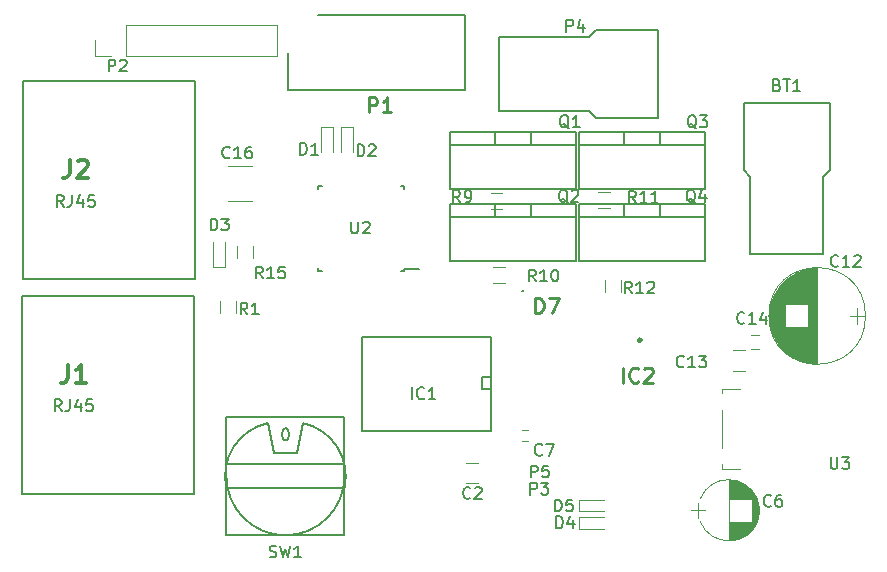
<source format=gto>
G04 #@! TF.FileFunction,Legend,Top*
%FSLAX46Y46*%
G04 Gerber Fmt 4.6, Leading zero omitted, Abs format (unit mm)*
G04 Created by KiCad (PCBNEW 4.0.5) date 04/04/17 09:28:52*
%MOMM*%
%LPD*%
G01*
G04 APERTURE LIST*
%ADD10C,0.100000*%
%ADD11C,0.200000*%
%ADD12C,0.150000*%
%ADD13C,0.120000*%
%ADD14C,0.254000*%
%ADD15C,0.304800*%
%ADD16C,0.203200*%
G04 APERTURE END LIST*
D10*
D11*
X180025000Y-48225000D02*
X192525000Y-48225000D01*
X192525000Y-48225000D02*
X192525000Y-54625000D01*
X192525000Y-54625000D02*
X177525000Y-54625000D01*
X177525000Y-54625000D02*
X177525000Y-51425000D01*
D12*
X205941000Y-64227000D02*
X205941000Y-65370000D01*
X208989000Y-64227000D02*
X208989000Y-65370000D01*
X212799000Y-65370000D02*
X212799000Y-69053000D01*
X212799000Y-69053000D02*
X202131000Y-69053000D01*
X202131000Y-69053000D02*
X202131000Y-65370000D01*
X212799000Y-64227000D02*
X212799000Y-65370000D01*
X212799000Y-65370000D02*
X202131000Y-65370000D01*
X202131000Y-65370000D02*
X202131000Y-64227000D01*
X207465000Y-64227000D02*
X202131000Y-64227000D01*
X207465000Y-64227000D02*
X212799000Y-64227000D01*
X155000000Y-72075000D02*
X169600000Y-72075000D01*
X169600000Y-72075000D02*
X169600000Y-88775000D01*
X169600000Y-88775000D02*
X155000000Y-88775000D01*
X155000000Y-88775000D02*
X155000000Y-72075000D01*
X208825000Y-49550000D02*
X208825000Y-56950000D01*
X208825000Y-56950000D02*
X203625000Y-56950000D01*
X203625000Y-56950000D02*
X203025000Y-56350000D01*
X203025000Y-56350000D02*
X195425000Y-56350000D01*
X195425000Y-56350000D02*
X195425000Y-50150000D01*
X195425000Y-50150000D02*
X203025000Y-50150000D01*
X203025000Y-50150000D02*
X203625000Y-49550000D01*
X203625000Y-49550000D02*
X208825000Y-49550000D01*
D13*
X217221863Y-89193600D02*
G75*
G03X212427564Y-89195000I-2396863J-981400D01*
G01*
X217221863Y-91156400D02*
G75*
G02X212427564Y-91155000I-2396863J981400D01*
G01*
X217221863Y-91156400D02*
G75*
G03X217222436Y-89195000I-2396863J981400D01*
G01*
X214825000Y-87625000D02*
X214825000Y-92725000D01*
X214865000Y-87625000D02*
X214865000Y-89195000D01*
X214865000Y-91155000D02*
X214865000Y-92725000D01*
X214905000Y-87626000D02*
X214905000Y-89195000D01*
X214905000Y-91155000D02*
X214905000Y-92724000D01*
X214945000Y-87627000D02*
X214945000Y-89195000D01*
X214945000Y-91155000D02*
X214945000Y-92723000D01*
X214985000Y-87629000D02*
X214985000Y-89195000D01*
X214985000Y-91155000D02*
X214985000Y-92721000D01*
X215025000Y-87632000D02*
X215025000Y-89195000D01*
X215025000Y-91155000D02*
X215025000Y-92718000D01*
X215065000Y-87636000D02*
X215065000Y-89195000D01*
X215065000Y-91155000D02*
X215065000Y-92714000D01*
X215105000Y-87640000D02*
X215105000Y-89195000D01*
X215105000Y-91155000D02*
X215105000Y-92710000D01*
X215145000Y-87644000D02*
X215145000Y-89195000D01*
X215145000Y-91155000D02*
X215145000Y-92706000D01*
X215185000Y-87650000D02*
X215185000Y-89195000D01*
X215185000Y-91155000D02*
X215185000Y-92700000D01*
X215225000Y-87656000D02*
X215225000Y-89195000D01*
X215225000Y-91155000D02*
X215225000Y-92694000D01*
X215265000Y-87662000D02*
X215265000Y-89195000D01*
X215265000Y-91155000D02*
X215265000Y-92688000D01*
X215305000Y-87669000D02*
X215305000Y-89195000D01*
X215305000Y-91155000D02*
X215305000Y-92681000D01*
X215345000Y-87677000D02*
X215345000Y-89195000D01*
X215345000Y-91155000D02*
X215345000Y-92673000D01*
X215385000Y-87686000D02*
X215385000Y-89195000D01*
X215385000Y-91155000D02*
X215385000Y-92664000D01*
X215425000Y-87695000D02*
X215425000Y-89195000D01*
X215425000Y-91155000D02*
X215425000Y-92655000D01*
X215465000Y-87705000D02*
X215465000Y-89195000D01*
X215465000Y-91155000D02*
X215465000Y-92645000D01*
X215505000Y-87715000D02*
X215505000Y-89195000D01*
X215505000Y-91155000D02*
X215505000Y-92635000D01*
X215546000Y-87727000D02*
X215546000Y-89195000D01*
X215546000Y-91155000D02*
X215546000Y-92623000D01*
X215586000Y-87739000D02*
X215586000Y-89195000D01*
X215586000Y-91155000D02*
X215586000Y-92611000D01*
X215626000Y-87751000D02*
X215626000Y-89195000D01*
X215626000Y-91155000D02*
X215626000Y-92599000D01*
X215666000Y-87765000D02*
X215666000Y-89195000D01*
X215666000Y-91155000D02*
X215666000Y-92585000D01*
X215706000Y-87779000D02*
X215706000Y-89195000D01*
X215706000Y-91155000D02*
X215706000Y-92571000D01*
X215746000Y-87793000D02*
X215746000Y-89195000D01*
X215746000Y-91155000D02*
X215746000Y-92557000D01*
X215786000Y-87809000D02*
X215786000Y-89195000D01*
X215786000Y-91155000D02*
X215786000Y-92541000D01*
X215826000Y-87825000D02*
X215826000Y-89195000D01*
X215826000Y-91155000D02*
X215826000Y-92525000D01*
X215866000Y-87842000D02*
X215866000Y-89195000D01*
X215866000Y-91155000D02*
X215866000Y-92508000D01*
X215906000Y-87860000D02*
X215906000Y-89195000D01*
X215906000Y-91155000D02*
X215906000Y-92490000D01*
X215946000Y-87879000D02*
X215946000Y-89195000D01*
X215946000Y-91155000D02*
X215946000Y-92471000D01*
X215986000Y-87899000D02*
X215986000Y-89195000D01*
X215986000Y-91155000D02*
X215986000Y-92451000D01*
X216026000Y-87919000D02*
X216026000Y-89195000D01*
X216026000Y-91155000D02*
X216026000Y-92431000D01*
X216066000Y-87941000D02*
X216066000Y-89195000D01*
X216066000Y-91155000D02*
X216066000Y-92409000D01*
X216106000Y-87963000D02*
X216106000Y-89195000D01*
X216106000Y-91155000D02*
X216106000Y-92387000D01*
X216146000Y-87986000D02*
X216146000Y-89195000D01*
X216146000Y-91155000D02*
X216146000Y-92364000D01*
X216186000Y-88010000D02*
X216186000Y-89195000D01*
X216186000Y-91155000D02*
X216186000Y-92340000D01*
X216226000Y-88035000D02*
X216226000Y-89195000D01*
X216226000Y-91155000D02*
X216226000Y-92315000D01*
X216266000Y-88062000D02*
X216266000Y-89195000D01*
X216266000Y-91155000D02*
X216266000Y-92288000D01*
X216306000Y-88089000D02*
X216306000Y-89195000D01*
X216306000Y-91155000D02*
X216306000Y-92261000D01*
X216346000Y-88117000D02*
X216346000Y-89195000D01*
X216346000Y-91155000D02*
X216346000Y-92233000D01*
X216386000Y-88147000D02*
X216386000Y-89195000D01*
X216386000Y-91155000D02*
X216386000Y-92203000D01*
X216426000Y-88178000D02*
X216426000Y-89195000D01*
X216426000Y-91155000D02*
X216426000Y-92172000D01*
X216466000Y-88210000D02*
X216466000Y-89195000D01*
X216466000Y-91155000D02*
X216466000Y-92140000D01*
X216506000Y-88243000D02*
X216506000Y-89195000D01*
X216506000Y-91155000D02*
X216506000Y-92107000D01*
X216546000Y-88278000D02*
X216546000Y-89195000D01*
X216546000Y-91155000D02*
X216546000Y-92072000D01*
X216586000Y-88314000D02*
X216586000Y-89195000D01*
X216586000Y-91155000D02*
X216586000Y-92036000D01*
X216626000Y-88352000D02*
X216626000Y-89195000D01*
X216626000Y-91155000D02*
X216626000Y-91998000D01*
X216666000Y-88392000D02*
X216666000Y-89195000D01*
X216666000Y-91155000D02*
X216666000Y-91958000D01*
X216706000Y-88433000D02*
X216706000Y-89195000D01*
X216706000Y-91155000D02*
X216706000Y-91917000D01*
X216746000Y-88476000D02*
X216746000Y-89195000D01*
X216746000Y-91155000D02*
X216746000Y-91874000D01*
X216786000Y-88521000D02*
X216786000Y-89195000D01*
X216786000Y-91155000D02*
X216786000Y-91829000D01*
X216826000Y-88569000D02*
X216826000Y-91781000D01*
X216866000Y-88619000D02*
X216866000Y-91731000D01*
X216906000Y-88671000D02*
X216906000Y-91679000D01*
X216946000Y-88727000D02*
X216946000Y-91623000D01*
X216986000Y-88785000D02*
X216986000Y-91565000D01*
X217026000Y-88848000D02*
X217026000Y-91502000D01*
X217066000Y-88914000D02*
X217066000Y-91436000D01*
X217106000Y-88986000D02*
X217106000Y-91364000D01*
X217146000Y-89063000D02*
X217146000Y-91287000D01*
X217186000Y-89147000D02*
X217186000Y-91203000D01*
X217226000Y-89241000D02*
X217226000Y-91109000D01*
X217266000Y-89346000D02*
X217266000Y-91004000D01*
X217306000Y-89468000D02*
X217306000Y-90882000D01*
X217346000Y-89616000D02*
X217346000Y-90734000D01*
X217386000Y-89821000D02*
X217386000Y-90529000D01*
X211625000Y-90175000D02*
X212825000Y-90175000D01*
X212225000Y-89525000D02*
X212225000Y-90825000D01*
X214260000Y-80249000D02*
X214260000Y-79899000D01*
X214260000Y-79899000D02*
X215760000Y-79899000D01*
X214260000Y-84899000D02*
X214260000Y-81699000D01*
X215760000Y-86699000D02*
X214260000Y-86699000D01*
X214260000Y-86699000D02*
X214260000Y-86299000D01*
X226415000Y-73725000D02*
G75*
G03X226415000Y-73725000I-4090000J0D01*
G01*
X222325000Y-77775000D02*
X222325000Y-69675000D01*
X222285000Y-77775000D02*
X222285000Y-69675000D01*
X222245000Y-77775000D02*
X222245000Y-69675000D01*
X222205000Y-77774000D02*
X222205000Y-69676000D01*
X222165000Y-77772000D02*
X222165000Y-69678000D01*
X222125000Y-77771000D02*
X222125000Y-69679000D01*
X222085000Y-77768000D02*
X222085000Y-69682000D01*
X222045000Y-77766000D02*
X222045000Y-69684000D01*
X222005000Y-77763000D02*
X222005000Y-69687000D01*
X221965000Y-77760000D02*
X221965000Y-69690000D01*
X221925000Y-77756000D02*
X221925000Y-69694000D01*
X221885000Y-77752000D02*
X221885000Y-69698000D01*
X221845000Y-77747000D02*
X221845000Y-69703000D01*
X221805000Y-77742000D02*
X221805000Y-69708000D01*
X221765000Y-77737000D02*
X221765000Y-69713000D01*
X221725000Y-77731000D02*
X221725000Y-69719000D01*
X221685000Y-77725000D02*
X221685000Y-69725000D01*
X221645000Y-77719000D02*
X221645000Y-69731000D01*
X221604000Y-77712000D02*
X221604000Y-69738000D01*
X221564000Y-77704000D02*
X221564000Y-69746000D01*
X221524000Y-77696000D02*
X221524000Y-74705000D01*
X221524000Y-72745000D02*
X221524000Y-69754000D01*
X221484000Y-77688000D02*
X221484000Y-74705000D01*
X221484000Y-72745000D02*
X221484000Y-69762000D01*
X221444000Y-77680000D02*
X221444000Y-74705000D01*
X221444000Y-72745000D02*
X221444000Y-69770000D01*
X221404000Y-77671000D02*
X221404000Y-74705000D01*
X221404000Y-72745000D02*
X221404000Y-69779000D01*
X221364000Y-77661000D02*
X221364000Y-74705000D01*
X221364000Y-72745000D02*
X221364000Y-69789000D01*
X221324000Y-77651000D02*
X221324000Y-74705000D01*
X221324000Y-72745000D02*
X221324000Y-69799000D01*
X221284000Y-77641000D02*
X221284000Y-74705000D01*
X221284000Y-72745000D02*
X221284000Y-69809000D01*
X221244000Y-77630000D02*
X221244000Y-74705000D01*
X221244000Y-72745000D02*
X221244000Y-69820000D01*
X221204000Y-77619000D02*
X221204000Y-74705000D01*
X221204000Y-72745000D02*
X221204000Y-69831000D01*
X221164000Y-77608000D02*
X221164000Y-74705000D01*
X221164000Y-72745000D02*
X221164000Y-69842000D01*
X221124000Y-77595000D02*
X221124000Y-74705000D01*
X221124000Y-72745000D02*
X221124000Y-69855000D01*
X221084000Y-77583000D02*
X221084000Y-74705000D01*
X221084000Y-72745000D02*
X221084000Y-69867000D01*
X221044000Y-77570000D02*
X221044000Y-74705000D01*
X221044000Y-72745000D02*
X221044000Y-69880000D01*
X221004000Y-77557000D02*
X221004000Y-74705000D01*
X221004000Y-72745000D02*
X221004000Y-69893000D01*
X220964000Y-77543000D02*
X220964000Y-74705000D01*
X220964000Y-72745000D02*
X220964000Y-69907000D01*
X220924000Y-77528000D02*
X220924000Y-74705000D01*
X220924000Y-72745000D02*
X220924000Y-69922000D01*
X220884000Y-77514000D02*
X220884000Y-74705000D01*
X220884000Y-72745000D02*
X220884000Y-69936000D01*
X220844000Y-77498000D02*
X220844000Y-74705000D01*
X220844000Y-72745000D02*
X220844000Y-69952000D01*
X220804000Y-77483000D02*
X220804000Y-74705000D01*
X220804000Y-72745000D02*
X220804000Y-69967000D01*
X220764000Y-77466000D02*
X220764000Y-74705000D01*
X220764000Y-72745000D02*
X220764000Y-69984000D01*
X220724000Y-77450000D02*
X220724000Y-74705000D01*
X220724000Y-72745000D02*
X220724000Y-70000000D01*
X220684000Y-77432000D02*
X220684000Y-74705000D01*
X220684000Y-72745000D02*
X220684000Y-70018000D01*
X220644000Y-77415000D02*
X220644000Y-74705000D01*
X220644000Y-72745000D02*
X220644000Y-70035000D01*
X220604000Y-77396000D02*
X220604000Y-74705000D01*
X220604000Y-72745000D02*
X220604000Y-70054000D01*
X220564000Y-77377000D02*
X220564000Y-74705000D01*
X220564000Y-72745000D02*
X220564000Y-70073000D01*
X220524000Y-77358000D02*
X220524000Y-74705000D01*
X220524000Y-72745000D02*
X220524000Y-70092000D01*
X220484000Y-77338000D02*
X220484000Y-74705000D01*
X220484000Y-72745000D02*
X220484000Y-70112000D01*
X220444000Y-77318000D02*
X220444000Y-74705000D01*
X220444000Y-72745000D02*
X220444000Y-70132000D01*
X220404000Y-77297000D02*
X220404000Y-74705000D01*
X220404000Y-72745000D02*
X220404000Y-70153000D01*
X220364000Y-77275000D02*
X220364000Y-74705000D01*
X220364000Y-72745000D02*
X220364000Y-70175000D01*
X220324000Y-77253000D02*
X220324000Y-74705000D01*
X220324000Y-72745000D02*
X220324000Y-70197000D01*
X220284000Y-77230000D02*
X220284000Y-74705000D01*
X220284000Y-72745000D02*
X220284000Y-70220000D01*
X220244000Y-77207000D02*
X220244000Y-74705000D01*
X220244000Y-72745000D02*
X220244000Y-70243000D01*
X220204000Y-77183000D02*
X220204000Y-74705000D01*
X220204000Y-72745000D02*
X220204000Y-70267000D01*
X220164000Y-77159000D02*
X220164000Y-74705000D01*
X220164000Y-72745000D02*
X220164000Y-70291000D01*
X220124000Y-77133000D02*
X220124000Y-74705000D01*
X220124000Y-72745000D02*
X220124000Y-70317000D01*
X220084000Y-77108000D02*
X220084000Y-74705000D01*
X220084000Y-72745000D02*
X220084000Y-70342000D01*
X220044000Y-77081000D02*
X220044000Y-74705000D01*
X220044000Y-72745000D02*
X220044000Y-70369000D01*
X220004000Y-77054000D02*
X220004000Y-74705000D01*
X220004000Y-72745000D02*
X220004000Y-70396000D01*
X219964000Y-77026000D02*
X219964000Y-74705000D01*
X219964000Y-72745000D02*
X219964000Y-70424000D01*
X219924000Y-76997000D02*
X219924000Y-74705000D01*
X219924000Y-72745000D02*
X219924000Y-70453000D01*
X219884000Y-76968000D02*
X219884000Y-74705000D01*
X219884000Y-72745000D02*
X219884000Y-70482000D01*
X219844000Y-76938000D02*
X219844000Y-74705000D01*
X219844000Y-72745000D02*
X219844000Y-70512000D01*
X219804000Y-76907000D02*
X219804000Y-74705000D01*
X219804000Y-72745000D02*
X219804000Y-70543000D01*
X219764000Y-76875000D02*
X219764000Y-74705000D01*
X219764000Y-72745000D02*
X219764000Y-70575000D01*
X219724000Y-76843000D02*
X219724000Y-74705000D01*
X219724000Y-72745000D02*
X219724000Y-70607000D01*
X219684000Y-76809000D02*
X219684000Y-74705000D01*
X219684000Y-72745000D02*
X219684000Y-70641000D01*
X219644000Y-76775000D02*
X219644000Y-74705000D01*
X219644000Y-72745000D02*
X219644000Y-70675000D01*
X219604000Y-76740000D02*
X219604000Y-74705000D01*
X219604000Y-72745000D02*
X219604000Y-70710000D01*
X219564000Y-76704000D02*
X219564000Y-70746000D01*
X219524000Y-76667000D02*
X219524000Y-70783000D01*
X219484000Y-76629000D02*
X219484000Y-70821000D01*
X219444000Y-76590000D02*
X219444000Y-70860000D01*
X219404000Y-76549000D02*
X219404000Y-70901000D01*
X219364000Y-76508000D02*
X219364000Y-70942000D01*
X219324000Y-76465000D02*
X219324000Y-70985000D01*
X219284000Y-76422000D02*
X219284000Y-71028000D01*
X219244000Y-76377000D02*
X219244000Y-71073000D01*
X219204000Y-76330000D02*
X219204000Y-71120000D01*
X219164000Y-76282000D02*
X219164000Y-71168000D01*
X219124000Y-76233000D02*
X219124000Y-71217000D01*
X219084000Y-76182000D02*
X219084000Y-71268000D01*
X219044000Y-76129000D02*
X219044000Y-71321000D01*
X219004000Y-76074000D02*
X219004000Y-71376000D01*
X218964000Y-76018000D02*
X218964000Y-71432000D01*
X218924000Y-75959000D02*
X218924000Y-71491000D01*
X218884000Y-75898000D02*
X218884000Y-71552000D01*
X218844000Y-75834000D02*
X218844000Y-71616000D01*
X218804000Y-75768000D02*
X218804000Y-71682000D01*
X218764000Y-75699000D02*
X218764000Y-71751000D01*
X218724000Y-75627000D02*
X218724000Y-71823000D01*
X218684000Y-75551000D02*
X218684000Y-71899000D01*
X218644000Y-75470000D02*
X218644000Y-71980000D01*
X218604000Y-75385000D02*
X218604000Y-72065000D01*
X218564000Y-75295000D02*
X218564000Y-72155000D01*
X218524000Y-75198000D02*
X218524000Y-72252000D01*
X218484000Y-75094000D02*
X218484000Y-72356000D01*
X218444000Y-74979000D02*
X218444000Y-72471000D01*
X218404000Y-74852000D02*
X218404000Y-72598000D01*
X218364000Y-74708000D02*
X218364000Y-72742000D01*
X218324000Y-74539000D02*
X218324000Y-72911000D01*
X218284000Y-74323000D02*
X218284000Y-73127000D01*
X218244000Y-73971000D02*
X218244000Y-73479000D01*
X226275000Y-73725000D02*
X225075000Y-73725000D01*
X225675000Y-74375000D02*
X225675000Y-73075000D01*
D14*
X197395000Y-71624000D02*
G75*
G03X197395000Y-71624000I-46000J0D01*
G01*
D13*
X172475000Y-63977000D02*
X174475000Y-63977000D01*
X174475000Y-61017000D02*
X172475000Y-61017000D01*
X204370000Y-71725000D02*
X204370000Y-70725000D01*
X205730000Y-70725000D02*
X205730000Y-71725000D01*
X203750000Y-63220000D02*
X204750000Y-63220000D01*
X204750000Y-64580000D02*
X203750000Y-64580000D01*
X194875000Y-69595000D02*
X195875000Y-69595000D01*
X195875000Y-70955000D02*
X194875000Y-70955000D01*
X194675000Y-63345000D02*
X195675000Y-63345000D01*
X195675000Y-64705000D02*
X194675000Y-64705000D01*
X216700000Y-75350000D02*
X217400000Y-75350000D01*
X217400000Y-76550000D02*
X216700000Y-76550000D01*
X216200000Y-76650000D02*
X215200000Y-76650000D01*
X215200000Y-78350000D02*
X216200000Y-78350000D01*
X197855000Y-83415000D02*
X197355000Y-83415000D01*
X197355000Y-84355000D02*
X197855000Y-84355000D01*
D14*
X207463000Y-75770000D02*
G75*
G03X207463000Y-75770000I-163000J0D01*
G01*
D13*
X202145000Y-89275000D02*
X202145000Y-90275000D01*
X202145000Y-90275000D02*
X204245000Y-90275000D01*
X202145000Y-89275000D02*
X204245000Y-89275000D01*
X202145000Y-90745000D02*
X202145000Y-91745000D01*
X202145000Y-91745000D02*
X204245000Y-91745000D01*
X202145000Y-90745000D02*
X204245000Y-90745000D01*
X171200000Y-69600000D02*
X172200000Y-69600000D01*
X172200000Y-69600000D02*
X172200000Y-67500000D01*
X171200000Y-69600000D02*
X171200000Y-67500000D01*
X183025000Y-57725000D02*
X182025000Y-57725000D01*
X182025000Y-57725000D02*
X182025000Y-59825000D01*
X183025000Y-57725000D02*
X183025000Y-59825000D01*
X181330000Y-57720000D02*
X180330000Y-57720000D01*
X180330000Y-57720000D02*
X180330000Y-59820000D01*
X181330000Y-57720000D02*
X181330000Y-59820000D01*
D12*
X187350000Y-69950000D02*
X187350000Y-69725000D01*
X180100000Y-69950000D02*
X180100000Y-69650000D01*
X180100000Y-62700000D02*
X180100000Y-63000000D01*
X187350000Y-62700000D02*
X187350000Y-63000000D01*
X187350000Y-69950000D02*
X187050000Y-69950000D01*
X187350000Y-62700000D02*
X187050000Y-62700000D01*
X180100000Y-62700000D02*
X180400000Y-62700000D01*
X180100000Y-69950000D02*
X180400000Y-69950000D01*
X187350000Y-69725000D02*
X188575000Y-69725000D01*
D13*
X174580000Y-67800000D02*
X174580000Y-68800000D01*
X173220000Y-68800000D02*
X173220000Y-67800000D01*
X171720000Y-73500000D02*
X171720000Y-72500000D01*
X173080000Y-72500000D02*
X173080000Y-73500000D01*
X163820000Y-51730000D02*
X176580000Y-51730000D01*
X176580000Y-51730000D02*
X176580000Y-49070000D01*
X176580000Y-49070000D02*
X163820000Y-49070000D01*
X163820000Y-49070000D02*
X163820000Y-51730000D01*
X162550000Y-51730000D02*
X161220000Y-51730000D01*
X161220000Y-51730000D02*
X161220000Y-50400000D01*
D12*
X155050000Y-53875000D02*
X169650000Y-53875000D01*
X169650000Y-53875000D02*
X169650000Y-70575000D01*
X169650000Y-70575000D02*
X155050000Y-70575000D01*
X155050000Y-70575000D02*
X155050000Y-53875000D01*
X194686000Y-75488000D02*
X194686000Y-83489000D01*
X183764000Y-83489000D02*
X183764000Y-75488000D01*
X194686000Y-83489000D02*
X183764000Y-83489000D01*
X183764000Y-75488000D02*
X194686000Y-75488000D01*
X194686000Y-79933000D02*
X193924000Y-79933000D01*
X193924000Y-79933000D02*
X193924000Y-78917000D01*
X193924000Y-78917000D02*
X194686000Y-78917000D01*
D13*
X192625000Y-87875000D02*
X193625000Y-87875000D01*
X193625000Y-86175000D02*
X192625000Y-86175000D01*
D12*
X223400000Y-55675000D02*
X216100000Y-55675000D01*
X216100000Y-55675000D02*
X216100000Y-61375000D01*
X216100000Y-61375000D02*
X216650000Y-61925000D01*
X216650000Y-61925000D02*
X216650000Y-68475000D01*
X216650000Y-68475000D02*
X222850000Y-68475000D01*
X222850000Y-68475000D02*
X222850000Y-61925000D01*
X222850000Y-61925000D02*
X223400000Y-61375000D01*
X223400000Y-61375000D02*
X223400000Y-55675000D01*
X175800000Y-82800000D02*
X176300000Y-85300000D01*
X176300000Y-85300000D02*
X178300000Y-85300000D01*
X178300000Y-85300000D02*
X178800000Y-82800000D01*
X182300000Y-88300000D02*
G75*
G03X178800000Y-82800000I-4500000J1000000D01*
G01*
X175800000Y-82800000D02*
G75*
G03X172300000Y-88300000I1000000J-4500000D01*
G01*
X172300000Y-87300000D02*
G75*
G03X177300000Y-92300000I5000000J0D01*
G01*
X177300000Y-92300000D02*
G75*
G03X182300000Y-87300000I0J5000000D01*
G01*
X172300000Y-88300000D02*
X182300000Y-88300000D01*
X182300000Y-86300000D02*
X172300000Y-86300000D01*
X172300000Y-82300000D02*
X172300000Y-92300000D01*
X172300000Y-92300000D02*
X182300000Y-92300000D01*
X182300000Y-92300000D02*
X182300000Y-82300000D01*
X182300000Y-82300000D02*
X172300000Y-82300000D01*
X205941000Y-58127000D02*
X205941000Y-59270000D01*
X208989000Y-58127000D02*
X208989000Y-59270000D01*
X212799000Y-59270000D02*
X212799000Y-62953000D01*
X212799000Y-62953000D02*
X202131000Y-62953000D01*
X202131000Y-62953000D02*
X202131000Y-59270000D01*
X212799000Y-58127000D02*
X212799000Y-59270000D01*
X212799000Y-59270000D02*
X202131000Y-59270000D01*
X202131000Y-59270000D02*
X202131000Y-58127000D01*
X207465000Y-58127000D02*
X202131000Y-58127000D01*
X207465000Y-58127000D02*
X212799000Y-58127000D01*
X195041000Y-64227000D02*
X195041000Y-65370000D01*
X198089000Y-64227000D02*
X198089000Y-65370000D01*
X201899000Y-65370000D02*
X201899000Y-69053000D01*
X201899000Y-69053000D02*
X191231000Y-69053000D01*
X191231000Y-69053000D02*
X191231000Y-65370000D01*
X201899000Y-64227000D02*
X201899000Y-65370000D01*
X201899000Y-65370000D02*
X191231000Y-65370000D01*
X191231000Y-65370000D02*
X191231000Y-64227000D01*
X196565000Y-64227000D02*
X191231000Y-64227000D01*
X196565000Y-64227000D02*
X201899000Y-64227000D01*
X195041000Y-58127000D02*
X195041000Y-59270000D01*
X198089000Y-58127000D02*
X198089000Y-59270000D01*
X201899000Y-59270000D02*
X201899000Y-62953000D01*
X201899000Y-62953000D02*
X191231000Y-62953000D01*
X191231000Y-62953000D02*
X191231000Y-59270000D01*
X201899000Y-58127000D02*
X201899000Y-59270000D01*
X201899000Y-59270000D02*
X191231000Y-59270000D01*
X191231000Y-59270000D02*
X191231000Y-58127000D01*
X196565000Y-58127000D02*
X191231000Y-58127000D01*
X196565000Y-58127000D02*
X201899000Y-58127000D01*
D14*
X184337619Y-56499524D02*
X184337619Y-55229524D01*
X184821428Y-55229524D01*
X184942381Y-55290000D01*
X185002857Y-55350476D01*
X185063333Y-55471429D01*
X185063333Y-55652857D01*
X185002857Y-55773810D01*
X184942381Y-55834286D01*
X184821428Y-55894762D01*
X184337619Y-55894762D01*
X186272857Y-56499524D02*
X185547143Y-56499524D01*
X185910000Y-56499524D02*
X185910000Y-55229524D01*
X185789048Y-55410952D01*
X185668095Y-55531905D01*
X185547143Y-55592381D01*
D12*
X212004762Y-64147619D02*
X211909524Y-64100000D01*
X211814286Y-64004762D01*
X211671429Y-63861905D01*
X211576190Y-63814286D01*
X211480952Y-63814286D01*
X211528571Y-64052381D02*
X211433333Y-64004762D01*
X211338095Y-63909524D01*
X211290476Y-63719048D01*
X211290476Y-63385714D01*
X211338095Y-63195238D01*
X211433333Y-63100000D01*
X211528571Y-63052381D01*
X211719048Y-63052381D01*
X211814286Y-63100000D01*
X211909524Y-63195238D01*
X211957143Y-63385714D01*
X211957143Y-63719048D01*
X211909524Y-63909524D01*
X211814286Y-64004762D01*
X211719048Y-64052381D01*
X211528571Y-64052381D01*
X212814286Y-63385714D02*
X212814286Y-64052381D01*
X212576190Y-63004762D02*
X212338095Y-63719048D01*
X212957143Y-63719048D01*
D15*
X158902000Y-77845429D02*
X158902000Y-78934000D01*
X158829428Y-79151714D01*
X158684285Y-79296857D01*
X158466571Y-79369429D01*
X158321428Y-79369429D01*
X160426000Y-79369429D02*
X159555143Y-79369429D01*
X159990571Y-79369429D02*
X159990571Y-77845429D01*
X159845428Y-78063143D01*
X159700286Y-78208286D01*
X159555143Y-78280857D01*
D16*
X158345412Y-81792725D02*
X158011825Y-81316172D01*
X157773549Y-81792725D02*
X157773549Y-80791965D01*
X158154791Y-80791965D01*
X158250102Y-80839620D01*
X158297757Y-80887275D01*
X158345412Y-80982586D01*
X158345412Y-81125551D01*
X158297757Y-81220862D01*
X158250102Y-81268517D01*
X158154791Y-81316172D01*
X157773549Y-81316172D01*
X159060241Y-80791965D02*
X159060241Y-81506793D01*
X159012585Y-81649759D01*
X158917275Y-81745070D01*
X158774309Y-81792725D01*
X158678999Y-81792725D01*
X159965690Y-81125551D02*
X159965690Y-81792725D01*
X159727414Y-80744310D02*
X159489138Y-81459138D01*
X160108656Y-81459138D01*
X160966451Y-80791965D02*
X160489898Y-80791965D01*
X160442243Y-81268517D01*
X160489898Y-81220862D01*
X160585209Y-81173207D01*
X160823485Y-81173207D01*
X160918795Y-81220862D01*
X160966451Y-81268517D01*
X161014106Y-81363828D01*
X161014106Y-81602104D01*
X160966451Y-81697414D01*
X160918795Y-81745070D01*
X160823485Y-81792725D01*
X160585209Y-81792725D01*
X160489898Y-81745070D01*
X160442243Y-81697414D01*
D12*
X201086905Y-49652381D02*
X201086905Y-48652381D01*
X201467858Y-48652381D01*
X201563096Y-48700000D01*
X201610715Y-48747619D01*
X201658334Y-48842857D01*
X201658334Y-48985714D01*
X201610715Y-49080952D01*
X201563096Y-49128571D01*
X201467858Y-49176190D01*
X201086905Y-49176190D01*
X202515477Y-48985714D02*
X202515477Y-49652381D01*
X202277381Y-48604762D02*
X202039286Y-49319048D01*
X202658334Y-49319048D01*
X218413334Y-89777143D02*
X218365715Y-89824762D01*
X218222858Y-89872381D01*
X218127620Y-89872381D01*
X217984762Y-89824762D01*
X217889524Y-89729524D01*
X217841905Y-89634286D01*
X217794286Y-89443810D01*
X217794286Y-89300952D01*
X217841905Y-89110476D01*
X217889524Y-89015238D01*
X217984762Y-88920000D01*
X218127620Y-88872381D01*
X218222858Y-88872381D01*
X218365715Y-88920000D01*
X218413334Y-88967619D01*
X219270477Y-88872381D02*
X219080000Y-88872381D01*
X218984762Y-88920000D01*
X218937143Y-88967619D01*
X218841905Y-89110476D01*
X218794286Y-89300952D01*
X218794286Y-89681905D01*
X218841905Y-89777143D01*
X218889524Y-89824762D01*
X218984762Y-89872381D01*
X219175239Y-89872381D01*
X219270477Y-89824762D01*
X219318096Y-89777143D01*
X219365715Y-89681905D01*
X219365715Y-89443810D01*
X219318096Y-89348571D01*
X219270477Y-89300952D01*
X219175239Y-89253333D01*
X218984762Y-89253333D01*
X218889524Y-89300952D01*
X218841905Y-89348571D01*
X218794286Y-89443810D01*
X223458095Y-85672381D02*
X223458095Y-86481905D01*
X223505714Y-86577143D01*
X223553333Y-86624762D01*
X223648571Y-86672381D01*
X223839048Y-86672381D01*
X223934286Y-86624762D01*
X223981905Y-86577143D01*
X224029524Y-86481905D01*
X224029524Y-85672381D01*
X224410476Y-85672381D02*
X225029524Y-85672381D01*
X224696190Y-86053333D01*
X224839048Y-86053333D01*
X224934286Y-86100952D01*
X224981905Y-86148571D01*
X225029524Y-86243810D01*
X225029524Y-86481905D01*
X224981905Y-86577143D01*
X224934286Y-86624762D01*
X224839048Y-86672381D01*
X224553333Y-86672381D01*
X224458095Y-86624762D01*
X224410476Y-86577143D01*
X224107143Y-69477143D02*
X224059524Y-69524762D01*
X223916667Y-69572381D01*
X223821429Y-69572381D01*
X223678571Y-69524762D01*
X223583333Y-69429524D01*
X223535714Y-69334286D01*
X223488095Y-69143810D01*
X223488095Y-69000952D01*
X223535714Y-68810476D01*
X223583333Y-68715238D01*
X223678571Y-68620000D01*
X223821429Y-68572381D01*
X223916667Y-68572381D01*
X224059524Y-68620000D01*
X224107143Y-68667619D01*
X225059524Y-69572381D02*
X224488095Y-69572381D01*
X224773809Y-69572381D02*
X224773809Y-68572381D01*
X224678571Y-68715238D01*
X224583333Y-68810476D01*
X224488095Y-68858095D01*
X225440476Y-68667619D02*
X225488095Y-68620000D01*
X225583333Y-68572381D01*
X225821429Y-68572381D01*
X225916667Y-68620000D01*
X225964286Y-68667619D01*
X226011905Y-68762857D01*
X226011905Y-68858095D01*
X225964286Y-69000952D01*
X225392857Y-69572381D01*
X226011905Y-69572381D01*
D14*
X198452619Y-73472524D02*
X198452619Y-72202524D01*
X198755000Y-72202524D01*
X198936428Y-72263000D01*
X199057381Y-72383952D01*
X199117857Y-72504905D01*
X199178333Y-72746810D01*
X199178333Y-72928238D01*
X199117857Y-73170143D01*
X199057381Y-73291095D01*
X198936428Y-73412048D01*
X198755000Y-73472524D01*
X198452619Y-73472524D01*
X199601667Y-72202524D02*
X200448333Y-72202524D01*
X199904048Y-73472524D01*
D12*
X172585143Y-60301143D02*
X172537524Y-60348762D01*
X172394667Y-60396381D01*
X172299429Y-60396381D01*
X172156571Y-60348762D01*
X172061333Y-60253524D01*
X172013714Y-60158286D01*
X171966095Y-59967810D01*
X171966095Y-59824952D01*
X172013714Y-59634476D01*
X172061333Y-59539238D01*
X172156571Y-59444000D01*
X172299429Y-59396381D01*
X172394667Y-59396381D01*
X172537524Y-59444000D01*
X172585143Y-59491619D01*
X173537524Y-60396381D02*
X172966095Y-60396381D01*
X173251809Y-60396381D02*
X173251809Y-59396381D01*
X173156571Y-59539238D01*
X173061333Y-59634476D01*
X172966095Y-59682095D01*
X174394667Y-59396381D02*
X174204190Y-59396381D01*
X174108952Y-59444000D01*
X174061333Y-59491619D01*
X173966095Y-59634476D01*
X173918476Y-59824952D01*
X173918476Y-60205905D01*
X173966095Y-60301143D01*
X174013714Y-60348762D01*
X174108952Y-60396381D01*
X174299429Y-60396381D01*
X174394667Y-60348762D01*
X174442286Y-60301143D01*
X174489905Y-60205905D01*
X174489905Y-59967810D01*
X174442286Y-59872571D01*
X174394667Y-59824952D01*
X174299429Y-59777333D01*
X174108952Y-59777333D01*
X174013714Y-59824952D01*
X173966095Y-59872571D01*
X173918476Y-59967810D01*
X206621143Y-71826381D02*
X206287809Y-71350190D01*
X206049714Y-71826381D02*
X206049714Y-70826381D01*
X206430667Y-70826381D01*
X206525905Y-70874000D01*
X206573524Y-70921619D01*
X206621143Y-71016857D01*
X206621143Y-71159714D01*
X206573524Y-71254952D01*
X206525905Y-71302571D01*
X206430667Y-71350190D01*
X206049714Y-71350190D01*
X207573524Y-71826381D02*
X207002095Y-71826381D01*
X207287809Y-71826381D02*
X207287809Y-70826381D01*
X207192571Y-70969238D01*
X207097333Y-71064476D01*
X207002095Y-71112095D01*
X207954476Y-70921619D02*
X208002095Y-70874000D01*
X208097333Y-70826381D01*
X208335429Y-70826381D01*
X208430667Y-70874000D01*
X208478286Y-70921619D01*
X208525905Y-71016857D01*
X208525905Y-71112095D01*
X208478286Y-71254952D01*
X207906857Y-71826381D01*
X208525905Y-71826381D01*
X206957143Y-64152381D02*
X206623809Y-63676190D01*
X206385714Y-64152381D02*
X206385714Y-63152381D01*
X206766667Y-63152381D01*
X206861905Y-63200000D01*
X206909524Y-63247619D01*
X206957143Y-63342857D01*
X206957143Y-63485714D01*
X206909524Y-63580952D01*
X206861905Y-63628571D01*
X206766667Y-63676190D01*
X206385714Y-63676190D01*
X207909524Y-64152381D02*
X207338095Y-64152381D01*
X207623809Y-64152381D02*
X207623809Y-63152381D01*
X207528571Y-63295238D01*
X207433333Y-63390476D01*
X207338095Y-63438095D01*
X208861905Y-64152381D02*
X208290476Y-64152381D01*
X208576190Y-64152381D02*
X208576190Y-63152381D01*
X208480952Y-63295238D01*
X208385714Y-63390476D01*
X208290476Y-63438095D01*
X198493143Y-70810381D02*
X198159809Y-70334190D01*
X197921714Y-70810381D02*
X197921714Y-69810381D01*
X198302667Y-69810381D01*
X198397905Y-69858000D01*
X198445524Y-69905619D01*
X198493143Y-70000857D01*
X198493143Y-70143714D01*
X198445524Y-70238952D01*
X198397905Y-70286571D01*
X198302667Y-70334190D01*
X197921714Y-70334190D01*
X199445524Y-70810381D02*
X198874095Y-70810381D01*
X199159809Y-70810381D02*
X199159809Y-69810381D01*
X199064571Y-69953238D01*
X198969333Y-70048476D01*
X198874095Y-70096095D01*
X200064571Y-69810381D02*
X200159810Y-69810381D01*
X200255048Y-69858000D01*
X200302667Y-69905619D01*
X200350286Y-70000857D01*
X200397905Y-70191333D01*
X200397905Y-70429429D01*
X200350286Y-70619905D01*
X200302667Y-70715143D01*
X200255048Y-70762762D01*
X200159810Y-70810381D01*
X200064571Y-70810381D01*
X199969333Y-70762762D01*
X199921714Y-70715143D01*
X199874095Y-70619905D01*
X199826476Y-70429429D01*
X199826476Y-70191333D01*
X199874095Y-70000857D01*
X199921714Y-69905619D01*
X199969333Y-69858000D01*
X200064571Y-69810381D01*
X192083334Y-64102381D02*
X191750000Y-63626190D01*
X191511905Y-64102381D02*
X191511905Y-63102381D01*
X191892858Y-63102381D01*
X191988096Y-63150000D01*
X192035715Y-63197619D01*
X192083334Y-63292857D01*
X192083334Y-63435714D01*
X192035715Y-63530952D01*
X191988096Y-63578571D01*
X191892858Y-63626190D01*
X191511905Y-63626190D01*
X192559524Y-64102381D02*
X192750000Y-64102381D01*
X192845239Y-64054762D01*
X192892858Y-64007143D01*
X192988096Y-63864286D01*
X193035715Y-63673810D01*
X193035715Y-63292857D01*
X192988096Y-63197619D01*
X192940477Y-63150000D01*
X192845239Y-63102381D01*
X192654762Y-63102381D01*
X192559524Y-63150000D01*
X192511905Y-63197619D01*
X192464286Y-63292857D01*
X192464286Y-63530952D01*
X192511905Y-63626190D01*
X192559524Y-63673810D01*
X192654762Y-63721429D01*
X192845239Y-63721429D01*
X192940477Y-63673810D01*
X192988096Y-63626190D01*
X193035715Y-63530952D01*
X216157143Y-74307143D02*
X216109524Y-74354762D01*
X215966667Y-74402381D01*
X215871429Y-74402381D01*
X215728571Y-74354762D01*
X215633333Y-74259524D01*
X215585714Y-74164286D01*
X215538095Y-73973810D01*
X215538095Y-73830952D01*
X215585714Y-73640476D01*
X215633333Y-73545238D01*
X215728571Y-73450000D01*
X215871429Y-73402381D01*
X215966667Y-73402381D01*
X216109524Y-73450000D01*
X216157143Y-73497619D01*
X217109524Y-74402381D02*
X216538095Y-74402381D01*
X216823809Y-74402381D02*
X216823809Y-73402381D01*
X216728571Y-73545238D01*
X216633333Y-73640476D01*
X216538095Y-73688095D01*
X217966667Y-73735714D02*
X217966667Y-74402381D01*
X217728571Y-73354762D02*
X217490476Y-74069048D01*
X218109524Y-74069048D01*
X211032143Y-77982143D02*
X210984524Y-78029762D01*
X210841667Y-78077381D01*
X210746429Y-78077381D01*
X210603571Y-78029762D01*
X210508333Y-77934524D01*
X210460714Y-77839286D01*
X210413095Y-77648810D01*
X210413095Y-77505952D01*
X210460714Y-77315476D01*
X210508333Y-77220238D01*
X210603571Y-77125000D01*
X210746429Y-77077381D01*
X210841667Y-77077381D01*
X210984524Y-77125000D01*
X211032143Y-77172619D01*
X211984524Y-78077381D02*
X211413095Y-78077381D01*
X211698809Y-78077381D02*
X211698809Y-77077381D01*
X211603571Y-77220238D01*
X211508333Y-77315476D01*
X211413095Y-77363095D01*
X212317857Y-77077381D02*
X212936905Y-77077381D01*
X212603571Y-77458333D01*
X212746429Y-77458333D01*
X212841667Y-77505952D01*
X212889286Y-77553571D01*
X212936905Y-77648810D01*
X212936905Y-77886905D01*
X212889286Y-77982143D01*
X212841667Y-78029762D01*
X212746429Y-78077381D01*
X212460714Y-78077381D01*
X212365476Y-78029762D01*
X212317857Y-77982143D01*
X199033334Y-85457143D02*
X198985715Y-85504762D01*
X198842858Y-85552381D01*
X198747620Y-85552381D01*
X198604762Y-85504762D01*
X198509524Y-85409524D01*
X198461905Y-85314286D01*
X198414286Y-85123810D01*
X198414286Y-84980952D01*
X198461905Y-84790476D01*
X198509524Y-84695238D01*
X198604762Y-84600000D01*
X198747620Y-84552381D01*
X198842858Y-84552381D01*
X198985715Y-84600000D01*
X199033334Y-84647619D01*
X199366667Y-84552381D02*
X200033334Y-84552381D01*
X199604762Y-85552381D01*
D14*
X205860238Y-79374524D02*
X205860238Y-78104524D01*
X207190714Y-79253571D02*
X207130238Y-79314048D01*
X206948809Y-79374524D01*
X206827857Y-79374524D01*
X206646429Y-79314048D01*
X206525476Y-79193095D01*
X206465000Y-79072143D01*
X206404524Y-78830238D01*
X206404524Y-78648810D01*
X206465000Y-78406905D01*
X206525476Y-78285952D01*
X206646429Y-78165000D01*
X206827857Y-78104524D01*
X206948809Y-78104524D01*
X207130238Y-78165000D01*
X207190714Y-78225476D01*
X207674524Y-78225476D02*
X207735000Y-78165000D01*
X207855952Y-78104524D01*
X208158333Y-78104524D01*
X208279286Y-78165000D01*
X208339762Y-78225476D01*
X208400238Y-78346429D01*
X208400238Y-78467381D01*
X208339762Y-78648810D01*
X207614048Y-79374524D01*
X208400238Y-79374524D01*
D12*
X200111905Y-90277381D02*
X200111905Y-89277381D01*
X200350000Y-89277381D01*
X200492858Y-89325000D01*
X200588096Y-89420238D01*
X200635715Y-89515476D01*
X200683334Y-89705952D01*
X200683334Y-89848810D01*
X200635715Y-90039286D01*
X200588096Y-90134524D01*
X200492858Y-90229762D01*
X200350000Y-90277381D01*
X200111905Y-90277381D01*
X201588096Y-89277381D02*
X201111905Y-89277381D01*
X201064286Y-89753571D01*
X201111905Y-89705952D01*
X201207143Y-89658333D01*
X201445239Y-89658333D01*
X201540477Y-89705952D01*
X201588096Y-89753571D01*
X201635715Y-89848810D01*
X201635715Y-90086905D01*
X201588096Y-90182143D01*
X201540477Y-90229762D01*
X201445239Y-90277381D01*
X201207143Y-90277381D01*
X201111905Y-90229762D01*
X201064286Y-90182143D01*
X200211905Y-91702381D02*
X200211905Y-90702381D01*
X200450000Y-90702381D01*
X200592858Y-90750000D01*
X200688096Y-90845238D01*
X200735715Y-90940476D01*
X200783334Y-91130952D01*
X200783334Y-91273810D01*
X200735715Y-91464286D01*
X200688096Y-91559524D01*
X200592858Y-91654762D01*
X200450000Y-91702381D01*
X200211905Y-91702381D01*
X201640477Y-91035714D02*
X201640477Y-91702381D01*
X201402381Y-90654762D02*
X201164286Y-91369048D01*
X201783334Y-91369048D01*
X170965905Y-66492381D02*
X170965905Y-65492381D01*
X171204000Y-65492381D01*
X171346858Y-65540000D01*
X171442096Y-65635238D01*
X171489715Y-65730476D01*
X171537334Y-65920952D01*
X171537334Y-66063810D01*
X171489715Y-66254286D01*
X171442096Y-66349524D01*
X171346858Y-66444762D01*
X171204000Y-66492381D01*
X170965905Y-66492381D01*
X171870667Y-65492381D02*
X172489715Y-65492381D01*
X172156381Y-65873333D01*
X172299239Y-65873333D01*
X172394477Y-65920952D01*
X172442096Y-65968571D01*
X172489715Y-66063810D01*
X172489715Y-66301905D01*
X172442096Y-66397143D01*
X172394477Y-66444762D01*
X172299239Y-66492381D01*
X172013524Y-66492381D01*
X171918286Y-66444762D01*
X171870667Y-66397143D01*
X183411905Y-60202381D02*
X183411905Y-59202381D01*
X183650000Y-59202381D01*
X183792858Y-59250000D01*
X183888096Y-59345238D01*
X183935715Y-59440476D01*
X183983334Y-59630952D01*
X183983334Y-59773810D01*
X183935715Y-59964286D01*
X183888096Y-60059524D01*
X183792858Y-60154762D01*
X183650000Y-60202381D01*
X183411905Y-60202381D01*
X184364286Y-59297619D02*
X184411905Y-59250000D01*
X184507143Y-59202381D01*
X184745239Y-59202381D01*
X184840477Y-59250000D01*
X184888096Y-59297619D01*
X184935715Y-59392857D01*
X184935715Y-59488095D01*
X184888096Y-59630952D01*
X184316667Y-60202381D01*
X184935715Y-60202381D01*
X178536905Y-60077381D02*
X178536905Y-59077381D01*
X178775000Y-59077381D01*
X178917858Y-59125000D01*
X179013096Y-59220238D01*
X179060715Y-59315476D01*
X179108334Y-59505952D01*
X179108334Y-59648810D01*
X179060715Y-59839286D01*
X179013096Y-59934524D01*
X178917858Y-60029762D01*
X178775000Y-60077381D01*
X178536905Y-60077381D01*
X180060715Y-60077381D02*
X179489286Y-60077381D01*
X179775000Y-60077381D02*
X179775000Y-59077381D01*
X179679762Y-59220238D01*
X179584524Y-59315476D01*
X179489286Y-59363095D01*
X182880095Y-65746381D02*
X182880095Y-66555905D01*
X182927714Y-66651143D01*
X182975333Y-66698762D01*
X183070571Y-66746381D01*
X183261048Y-66746381D01*
X183356286Y-66698762D01*
X183403905Y-66651143D01*
X183451524Y-66555905D01*
X183451524Y-65746381D01*
X183880095Y-65841619D02*
X183927714Y-65794000D01*
X184022952Y-65746381D01*
X184261048Y-65746381D01*
X184356286Y-65794000D01*
X184403905Y-65841619D01*
X184451524Y-65936857D01*
X184451524Y-66032095D01*
X184403905Y-66174952D01*
X183832476Y-66746381D01*
X184451524Y-66746381D01*
X175379143Y-70556381D02*
X175045809Y-70080190D01*
X174807714Y-70556381D02*
X174807714Y-69556381D01*
X175188667Y-69556381D01*
X175283905Y-69604000D01*
X175331524Y-69651619D01*
X175379143Y-69746857D01*
X175379143Y-69889714D01*
X175331524Y-69984952D01*
X175283905Y-70032571D01*
X175188667Y-70080190D01*
X174807714Y-70080190D01*
X176331524Y-70556381D02*
X175760095Y-70556381D01*
X176045809Y-70556381D02*
X176045809Y-69556381D01*
X175950571Y-69699238D01*
X175855333Y-69794476D01*
X175760095Y-69842095D01*
X177236286Y-69556381D02*
X176760095Y-69556381D01*
X176712476Y-70032571D01*
X176760095Y-69984952D01*
X176855333Y-69937333D01*
X177093429Y-69937333D01*
X177188667Y-69984952D01*
X177236286Y-70032571D01*
X177283905Y-70127810D01*
X177283905Y-70365905D01*
X177236286Y-70461143D01*
X177188667Y-70508762D01*
X177093429Y-70556381D01*
X176855333Y-70556381D01*
X176760095Y-70508762D01*
X176712476Y-70461143D01*
X174077334Y-73604381D02*
X173744000Y-73128190D01*
X173505905Y-73604381D02*
X173505905Y-72604381D01*
X173886858Y-72604381D01*
X173982096Y-72652000D01*
X174029715Y-72699619D01*
X174077334Y-72794857D01*
X174077334Y-72937714D01*
X174029715Y-73032952D01*
X173982096Y-73080571D01*
X173886858Y-73128190D01*
X173505905Y-73128190D01*
X175029715Y-73604381D02*
X174458286Y-73604381D01*
X174744000Y-73604381D02*
X174744000Y-72604381D01*
X174648762Y-72747238D01*
X174553524Y-72842476D01*
X174458286Y-72890095D01*
X162329905Y-53030381D02*
X162329905Y-52030381D01*
X162710858Y-52030381D01*
X162806096Y-52078000D01*
X162853715Y-52125619D01*
X162901334Y-52220857D01*
X162901334Y-52363714D01*
X162853715Y-52458952D01*
X162806096Y-52506571D01*
X162710858Y-52554190D01*
X162329905Y-52554190D01*
X163282286Y-52125619D02*
X163329905Y-52078000D01*
X163425143Y-52030381D01*
X163663239Y-52030381D01*
X163758477Y-52078000D01*
X163806096Y-52125619D01*
X163853715Y-52220857D01*
X163853715Y-52316095D01*
X163806096Y-52458952D01*
X163234667Y-53030381D01*
X163853715Y-53030381D01*
D15*
X159062000Y-60495429D02*
X159062000Y-61584000D01*
X158989428Y-61801714D01*
X158844285Y-61946857D01*
X158626571Y-62019429D01*
X158481428Y-62019429D01*
X159715143Y-60640571D02*
X159787714Y-60568000D01*
X159932857Y-60495429D01*
X160295714Y-60495429D01*
X160440857Y-60568000D01*
X160513428Y-60640571D01*
X160586000Y-60785714D01*
X160586000Y-60930857D01*
X160513428Y-61148571D01*
X159642571Y-62019429D01*
X160586000Y-62019429D01*
D16*
X158515412Y-64492725D02*
X158181825Y-64016172D01*
X157943549Y-64492725D02*
X157943549Y-63491965D01*
X158324791Y-63491965D01*
X158420102Y-63539620D01*
X158467757Y-63587275D01*
X158515412Y-63682586D01*
X158515412Y-63825551D01*
X158467757Y-63920862D01*
X158420102Y-63968517D01*
X158324791Y-64016172D01*
X157943549Y-64016172D01*
X159230241Y-63491965D02*
X159230241Y-64206793D01*
X159182585Y-64349759D01*
X159087275Y-64445070D01*
X158944309Y-64492725D01*
X158848999Y-64492725D01*
X160135690Y-63825551D02*
X160135690Y-64492725D01*
X159897414Y-63444310D02*
X159659138Y-64159138D01*
X160278656Y-64159138D01*
X161136451Y-63491965D02*
X160659898Y-63491965D01*
X160612243Y-63968517D01*
X160659898Y-63920862D01*
X160755209Y-63873207D01*
X160993485Y-63873207D01*
X161088795Y-63920862D01*
X161136451Y-63968517D01*
X161184106Y-64063828D01*
X161184106Y-64302104D01*
X161136451Y-64397414D01*
X161088795Y-64445070D01*
X160993485Y-64492725D01*
X160755209Y-64492725D01*
X160659898Y-64445070D01*
X160612243Y-64397414D01*
D12*
X187994810Y-80766381D02*
X187994810Y-79766381D01*
X189042429Y-80671143D02*
X188994810Y-80718762D01*
X188851953Y-80766381D01*
X188756715Y-80766381D01*
X188613857Y-80718762D01*
X188518619Y-80623524D01*
X188471000Y-80528286D01*
X188423381Y-80337810D01*
X188423381Y-80194952D01*
X188471000Y-80004476D01*
X188518619Y-79909238D01*
X188613857Y-79814000D01*
X188756715Y-79766381D01*
X188851953Y-79766381D01*
X188994810Y-79814000D01*
X189042429Y-79861619D01*
X189994810Y-80766381D02*
X189423381Y-80766381D01*
X189709095Y-80766381D02*
X189709095Y-79766381D01*
X189613857Y-79909238D01*
X189518619Y-80004476D01*
X189423381Y-80052095D01*
X192958334Y-89132143D02*
X192910715Y-89179762D01*
X192767858Y-89227381D01*
X192672620Y-89227381D01*
X192529762Y-89179762D01*
X192434524Y-89084524D01*
X192386905Y-88989286D01*
X192339286Y-88798810D01*
X192339286Y-88655952D01*
X192386905Y-88465476D01*
X192434524Y-88370238D01*
X192529762Y-88275000D01*
X192672620Y-88227381D01*
X192767858Y-88227381D01*
X192910715Y-88275000D01*
X192958334Y-88322619D01*
X193339286Y-88322619D02*
X193386905Y-88275000D01*
X193482143Y-88227381D01*
X193720239Y-88227381D01*
X193815477Y-88275000D01*
X193863096Y-88322619D01*
X193910715Y-88417857D01*
X193910715Y-88513095D01*
X193863096Y-88655952D01*
X193291667Y-89227381D01*
X193910715Y-89227381D01*
X218934286Y-54178571D02*
X219077143Y-54226190D01*
X219124762Y-54273810D01*
X219172381Y-54369048D01*
X219172381Y-54511905D01*
X219124762Y-54607143D01*
X219077143Y-54654762D01*
X218981905Y-54702381D01*
X218600952Y-54702381D01*
X218600952Y-53702381D01*
X218934286Y-53702381D01*
X219029524Y-53750000D01*
X219077143Y-53797619D01*
X219124762Y-53892857D01*
X219124762Y-53988095D01*
X219077143Y-54083333D01*
X219029524Y-54130952D01*
X218934286Y-54178571D01*
X218600952Y-54178571D01*
X219458095Y-53702381D02*
X220029524Y-53702381D01*
X219743809Y-54702381D02*
X219743809Y-53702381D01*
X220886667Y-54702381D02*
X220315238Y-54702381D01*
X220600952Y-54702381D02*
X220600952Y-53702381D01*
X220505714Y-53845238D01*
X220410476Y-53940476D01*
X220315238Y-53988095D01*
X175958667Y-94130762D02*
X176101524Y-94178381D01*
X176339620Y-94178381D01*
X176434858Y-94130762D01*
X176482477Y-94083143D01*
X176530096Y-93987905D01*
X176530096Y-93892667D01*
X176482477Y-93797429D01*
X176434858Y-93749810D01*
X176339620Y-93702190D01*
X176149143Y-93654571D01*
X176053905Y-93606952D01*
X176006286Y-93559333D01*
X175958667Y-93464095D01*
X175958667Y-93368857D01*
X176006286Y-93273619D01*
X176053905Y-93226000D01*
X176149143Y-93178381D01*
X176387239Y-93178381D01*
X176530096Y-93226000D01*
X176863429Y-93178381D02*
X177101524Y-94178381D01*
X177292001Y-93464095D01*
X177482477Y-94178381D01*
X177720572Y-93178381D01*
X178625334Y-94178381D02*
X178053905Y-94178381D01*
X178339619Y-94178381D02*
X178339619Y-93178381D01*
X178244381Y-93321238D01*
X178149143Y-93416476D01*
X178053905Y-93464095D01*
X177252381Y-83252381D02*
X177347620Y-83252381D01*
X177442858Y-83300000D01*
X177490477Y-83347619D01*
X177538096Y-83442857D01*
X177585715Y-83633333D01*
X177585715Y-83871429D01*
X177538096Y-84061905D01*
X177490477Y-84157143D01*
X177442858Y-84204762D01*
X177347620Y-84252381D01*
X177252381Y-84252381D01*
X177157143Y-84204762D01*
X177109524Y-84157143D01*
X177061905Y-84061905D01*
X177014286Y-83871429D01*
X177014286Y-83633333D01*
X177061905Y-83442857D01*
X177109524Y-83347619D01*
X177157143Y-83300000D01*
X177252381Y-83252381D01*
X198036905Y-88852381D02*
X198036905Y-87852381D01*
X198417858Y-87852381D01*
X198513096Y-87900000D01*
X198560715Y-87947619D01*
X198608334Y-88042857D01*
X198608334Y-88185714D01*
X198560715Y-88280952D01*
X198513096Y-88328571D01*
X198417858Y-88376190D01*
X198036905Y-88376190D01*
X198941667Y-87852381D02*
X199560715Y-87852381D01*
X199227381Y-88233333D01*
X199370239Y-88233333D01*
X199465477Y-88280952D01*
X199513096Y-88328571D01*
X199560715Y-88423810D01*
X199560715Y-88661905D01*
X199513096Y-88757143D01*
X199465477Y-88804762D01*
X199370239Y-88852381D01*
X199084524Y-88852381D01*
X198989286Y-88804762D01*
X198941667Y-88757143D01*
X198086905Y-87402381D02*
X198086905Y-86402381D01*
X198467858Y-86402381D01*
X198563096Y-86450000D01*
X198610715Y-86497619D01*
X198658334Y-86592857D01*
X198658334Y-86735714D01*
X198610715Y-86830952D01*
X198563096Y-86878571D01*
X198467858Y-86926190D01*
X198086905Y-86926190D01*
X199563096Y-86402381D02*
X199086905Y-86402381D01*
X199039286Y-86878571D01*
X199086905Y-86830952D01*
X199182143Y-86783333D01*
X199420239Y-86783333D01*
X199515477Y-86830952D01*
X199563096Y-86878571D01*
X199610715Y-86973810D01*
X199610715Y-87211905D01*
X199563096Y-87307143D01*
X199515477Y-87354762D01*
X199420239Y-87402381D01*
X199182143Y-87402381D01*
X199086905Y-87354762D01*
X199039286Y-87307143D01*
X212104762Y-57847619D02*
X212009524Y-57800000D01*
X211914286Y-57704762D01*
X211771429Y-57561905D01*
X211676190Y-57514286D01*
X211580952Y-57514286D01*
X211628571Y-57752381D02*
X211533333Y-57704762D01*
X211438095Y-57609524D01*
X211390476Y-57419048D01*
X211390476Y-57085714D01*
X211438095Y-56895238D01*
X211533333Y-56800000D01*
X211628571Y-56752381D01*
X211819048Y-56752381D01*
X211914286Y-56800000D01*
X212009524Y-56895238D01*
X212057143Y-57085714D01*
X212057143Y-57419048D01*
X212009524Y-57609524D01*
X211914286Y-57704762D01*
X211819048Y-57752381D01*
X211628571Y-57752381D01*
X212390476Y-56752381D02*
X213009524Y-56752381D01*
X212676190Y-57133333D01*
X212819048Y-57133333D01*
X212914286Y-57180952D01*
X212961905Y-57228571D01*
X213009524Y-57323810D01*
X213009524Y-57561905D01*
X212961905Y-57657143D01*
X212914286Y-57704762D01*
X212819048Y-57752381D01*
X212533333Y-57752381D01*
X212438095Y-57704762D01*
X212390476Y-57657143D01*
X201204762Y-64147619D02*
X201109524Y-64100000D01*
X201014286Y-64004762D01*
X200871429Y-63861905D01*
X200776190Y-63814286D01*
X200680952Y-63814286D01*
X200728571Y-64052381D02*
X200633333Y-64004762D01*
X200538095Y-63909524D01*
X200490476Y-63719048D01*
X200490476Y-63385714D01*
X200538095Y-63195238D01*
X200633333Y-63100000D01*
X200728571Y-63052381D01*
X200919048Y-63052381D01*
X201014286Y-63100000D01*
X201109524Y-63195238D01*
X201157143Y-63385714D01*
X201157143Y-63719048D01*
X201109524Y-63909524D01*
X201014286Y-64004762D01*
X200919048Y-64052381D01*
X200728571Y-64052381D01*
X201538095Y-63147619D02*
X201585714Y-63100000D01*
X201680952Y-63052381D01*
X201919048Y-63052381D01*
X202014286Y-63100000D01*
X202061905Y-63147619D01*
X202109524Y-63242857D01*
X202109524Y-63338095D01*
X202061905Y-63480952D01*
X201490476Y-64052381D01*
X202109524Y-64052381D01*
X201304762Y-57847619D02*
X201209524Y-57800000D01*
X201114286Y-57704762D01*
X200971429Y-57561905D01*
X200876190Y-57514286D01*
X200780952Y-57514286D01*
X200828571Y-57752381D02*
X200733333Y-57704762D01*
X200638095Y-57609524D01*
X200590476Y-57419048D01*
X200590476Y-57085714D01*
X200638095Y-56895238D01*
X200733333Y-56800000D01*
X200828571Y-56752381D01*
X201019048Y-56752381D01*
X201114286Y-56800000D01*
X201209524Y-56895238D01*
X201257143Y-57085714D01*
X201257143Y-57419048D01*
X201209524Y-57609524D01*
X201114286Y-57704762D01*
X201019048Y-57752381D01*
X200828571Y-57752381D01*
X202209524Y-57752381D02*
X201638095Y-57752381D01*
X201923809Y-57752381D02*
X201923809Y-56752381D01*
X201828571Y-56895238D01*
X201733333Y-56990476D01*
X201638095Y-57038095D01*
M02*

</source>
